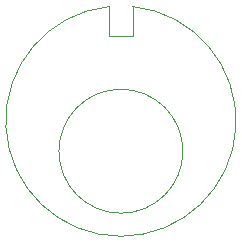
<source format=gbr>
%TF.GenerationSoftware,KiCad,Pcbnew,6.0.11+dfsg-1~bpo11+1*%
%TF.CreationDate,2023-05-08T20:11:07+01:00*%
%TF.ProjectId,gameboy_camera_flash,67616d65-626f-4795-9f63-616d6572615f,rev?*%
%TF.SameCoordinates,Original*%
%TF.FileFunction,Profile,NP*%
%FSLAX46Y46*%
G04 Gerber Fmt 4.6, Leading zero omitted, Abs format (unit mm)*
G04 Created by KiCad (PCBNEW 6.0.11+dfsg-1~bpo11+1) date 2023-05-08 20:11:07*
%MOMM*%
%LPD*%
G01*
G04 APERTURE LIST*
%TA.AperFunction,Profile*%
%ADD10C,0.100000*%
%TD*%
G04 APERTURE END LIST*
D10*
X122300000Y-68900000D02*
G75*
G03*
X124300000Y-68900000I1000000J-9700000D01*
G01*
X124300000Y-71400000D02*
X124300000Y-68900000D01*
X122300000Y-71400000D02*
X124300000Y-71400000D01*
X122300000Y-68900000D02*
X122300000Y-71400000D01*
X128550000Y-81150000D02*
G75*
G03*
X128550000Y-81150000I-5250000J0D01*
G01*
M02*

</source>
